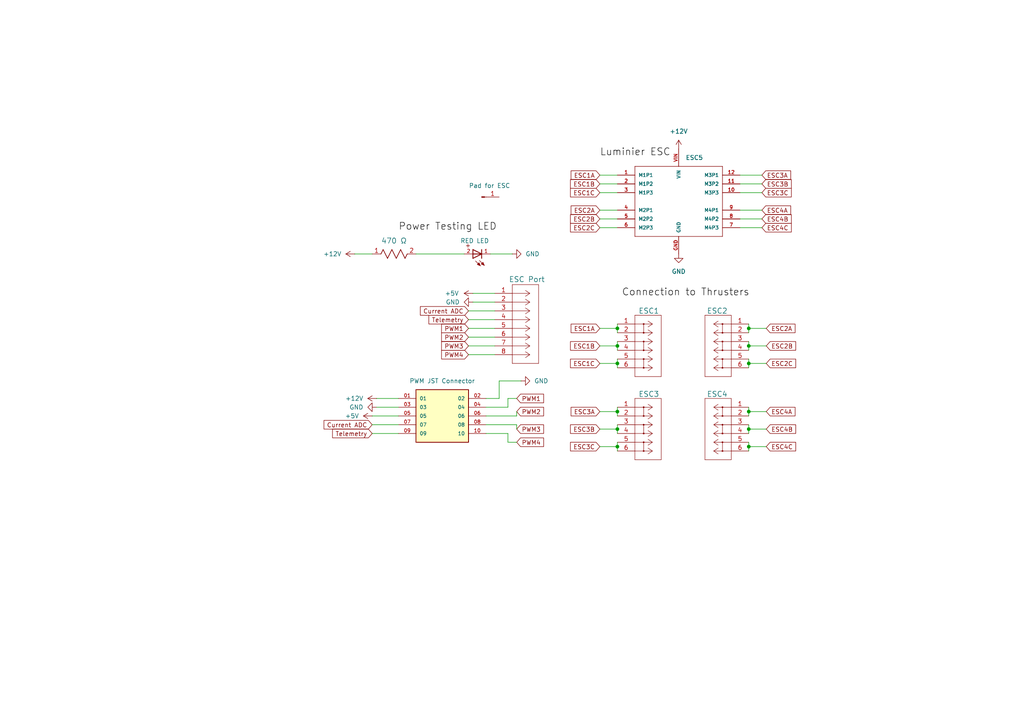
<source format=kicad_sch>
(kicad_sch (version 20231120) (generator "eeschema") (generator_version "8.0")
  (paper "A4")
  (lib_symbols
    (symbol "2024-10-10_00-17-14:RMCF0603FT470R" (pin_names (offset 0.254))
      (property "Reference" "R" (at 5.715 3.81 0))
      (property "Value" "RMCF0603FT470R" (at 6.35 -3.81 0))
      (symbol "RMCF0603FT470R_1_1"
        (polyline (pts (xy 2.54 0) (xy 3.175 1.27)) (stroke (width 0.2032)))
        (polyline (pts (xy 3.175 1.27) (xy 4.445 -1.27)) (stroke (width 0.2032)))
        (polyline (pts (xy 4.445 -1.27) (xy 5.715 1.27)) (stroke (width 0.2032)))
        (polyline (pts (xy 5.715 1.27) (xy 6.985 -1.27)) (stroke (width 0.2032)))
        (polyline (pts (xy 6.985 -1.27) (xy 8.255 1.27)) (stroke (width 0.2032)))
        (polyline (pts (xy 8.255 1.27) (xy 9.525 -1.27)) (stroke (width 0.2032)))
        (polyline (pts (xy 9.525 -1.27) (xy 10.16 0)) (stroke (width 0.2032)))
        (pin unspecified line (at 0 0 0) (length 2.54) (name "") (number "1"))
        (pin unspecified line (at 12.7 0 180) (length 2.54) (name "") (number "2"))
      )
      (symbol "RMCF0603FT470R_1_2"
        (polyline (pts (xy -1.27 3.175) (xy 1.27 4.445)) (stroke (width 0.2032)))
        (polyline (pts (xy -1.27 5.715) (xy 1.27 6.985)) (stroke (width 0.2032)))
        (polyline (pts (xy -1.27 8.255) (xy 1.27 9.525)) (stroke (width 0.2032)))
        (polyline (pts (xy 0 2.54) (xy -1.27 3.175)) (stroke (width 0.2032)))
        (polyline (pts (xy 1.27 4.445) (xy -1.27 5.715)) (stroke (width 0.2032)))
        (polyline (pts (xy 1.27 6.985) (xy -1.27 8.255)) (stroke (width 0.2032)))
        (polyline (pts (xy 1.27 9.525) (xy 0 10.16)) (stroke (width 0.2032)))
        (pin unspecified line (at 0 12.7 270) (length 2.54) (name "") (number "1"))
        (pin unspecified line (at 0 0 90) (length 2.54) (name "") (number "2"))
      )
    )
    (symbol "CONN_1824750000_WED:1824750000" (pin_names (offset 0.254) hide)
      (property "Reference" "J" (at 8.89 6.35 0))
      (property "Value" "1824750000" (at 0 0 0))
      (symbol "1824750000_0_1"
        (polyline (pts (xy 5.08 -15.24) (xy 12.7 -15.24)) (stroke (width 0.127)))
        (polyline (pts (xy 5.08 2.54) (xy 5.08 -15.24)) (stroke (width 0.127)))
        (polyline (pts (xy 7.62 -10.16) (xy 7.62 -12.7)) (stroke (width 0.127)))
        (polyline (pts (xy 7.62 -5.08) (xy 7.62 -7.62)) (stroke (width 0.127)))
        (polyline (pts (xy 7.62 0) (xy 7.62 -2.54)) (stroke (width 0.127)))
        (polyline (pts (xy 10.16 -12.7) (xy 5.08 -12.7)) (stroke (width 0.127)))
        (polyline (pts (xy 10.16 -12.7) (xy 8.89 -13.5467)) (stroke (width 0.127)))
        (polyline (pts (xy 10.16 -12.7) (xy 8.89 -11.8533)) (stroke (width 0.127)))
        (polyline (pts (xy 10.16 -10.16) (xy 5.08 -10.16)) (stroke (width 0.127)))
        (polyline (pts (xy 10.16 -10.16) (xy 8.89 -11.0067)) (stroke (width 0.127)))
        (polyline (pts (xy 10.16 -10.16) (xy 8.89 -9.3133)) (stroke (width 0.127)))
        (polyline (pts (xy 10.16 -7.62) (xy 5.08 -7.62)) (stroke (width 0.127)))
        (polyline (pts (xy 10.16 -7.62) (xy 8.89 -8.4667)) (stroke (width 0.127)))
        (polyline (pts (xy 10.16 -7.62) (xy 8.89 -6.7733)) (stroke (width 0.127)))
        (polyline (pts (xy 10.16 -5.08) (xy 5.08 -5.08)) (stroke (width 0.127)))
        (polyline (pts (xy 10.16 -5.08) (xy 8.89 -5.9267)) (stroke (width 0.127)))
        (polyline (pts (xy 10.16 -5.08) (xy 8.89 -4.2333)) (stroke (width 0.127)))
        (polyline (pts (xy 10.16 -2.54) (xy 5.08 -2.54)) (stroke (width 0.127)))
        (polyline (pts (xy 10.16 -2.54) (xy 8.89 -3.3867)) (stroke (width 0.127)))
        (polyline (pts (xy 10.16 -2.54) (xy 8.89 -1.6933)) (stroke (width 0.127)))
        (polyline (pts (xy 10.16 0) (xy 5.08 0)) (stroke (width 0.127)))
        (polyline (pts (xy 10.16 0) (xy 8.89 -0.8467)) (stroke (width 0.127)))
        (polyline (pts (xy 10.16 0) (xy 8.89 0.8467)) (stroke (width 0.127)))
        (polyline (pts (xy 12.7 -15.24) (xy 12.7 2.54)) (stroke (width 0.127)))
        (polyline (pts (xy 12.7 2.54) (xy 5.08 2.54)) (stroke (width 0.127)))
        (circle (center 7.62 -12.7) (radius 0.127) (stroke (width 0.254)))
        (circle (center 7.62 -10.16) (radius 0.127) (stroke (width 0.254)))
        (circle (center 7.62 -7.62) (radius 0.127) (stroke (width 0.254)))
        (circle (center 7.62 -5.08) (radius 0.127) (stroke (width 0.254)))
        (circle (center 7.62 -2.54) (radius 0.127) (stroke (width 0.254)))
        (circle (center 7.62 0) (radius 0.127) (stroke (width 0.254)))
        (pin unspecified line (at 0 0 0) (length 5.08) (name "1") (number "1"))
        (pin unspecified line (at 0 -2.54 0) (length 5.08) (name "2") (number "2"))
        (pin unspecified line (at 0 -5.08 0) (length 5.08) (name "3") (number "3"))
        (pin unspecified line (at 0 -7.62 0) (length 5.08) (name "4") (number "4"))
        (pin unspecified line (at 0 -10.16 0) (length 5.08) (name "5") (number "5"))
        (pin unspecified line (at 0 -12.7 0) (length 5.08) (name "6") (number "6"))
      )
    )
    (symbol "CONN_BM08B-SRSS-TBLFSN_JST:BM08B-SRSS-TBLFSN" (pin_names (offset 0.254) hide)
      (property "Reference" "J" (at 8.89 6.35 0))
      (property "Value" "BM08B-SRSS-TBLFSN" (at 0 0 0))
      (symbol "BM08B-SRSS-TBLFSN_1_1"
        (polyline (pts (xy 5.08 -20.32) (xy 12.7 -20.32)) (stroke (width 0.127)))
        (polyline (pts (xy 5.08 2.54) (xy 5.08 -20.32)) (stroke (width 0.127)))
        (polyline (pts (xy 10.16 -17.78) (xy 5.08 -17.78)) (stroke (width 0.127)))
        (polyline (pts (xy 10.16 -17.78) (xy 8.89 -18.6267)) (stroke (width 0.127)))
        (polyline (pts (xy 10.16 -17.78) (xy 8.89 -16.9333)) (stroke (width 0.127)))
        (polyline (pts (xy 10.16 -15.24) (xy 5.08 -15.24)) (stroke (width 0.127)))
        (polyline (pts (xy 10.16 -15.24) (xy 8.89 -16.0867)) (stroke (width 0.127)))
        (polyline (pts (xy 10.16 -15.24) (xy 8.89 -14.3933)) (stroke (width 0.127)))
        (polyline (pts (xy 10.16 -12.7) (xy 5.08 -12.7)) (stroke (width 0.127)))
        (polyline (pts (xy 10.16 -12.7) (xy 8.89 -13.5467)) (stroke (width 0.127)))
        (polyline (pts (xy 10.16 -12.7) (xy 8.89 -11.8533)) (stroke (width 0.127)))
        (polyline (pts (xy 10.16 -10.16) (xy 5.08 -10.16)) (stroke (width 0.127)))
        (polyline (pts (xy 10.16 -10.16) (xy 8.89 -11.0067)) (stroke (width 0.127)))
        (polyline (pts (xy 10.16 -10.16) (xy 8.89 -9.3133)) (stroke (width 0.127)))
        (polyline (pts (xy 10.16 -7.62) (xy 5.08 -7.62)) (stroke (width 0.127)))
        (polyline (pts (xy 10.16 -7.62) (xy 8.89 -8.4667)) (stroke (width 0.127)))
        (polyline (pts (xy 10.16 -7.62) (xy 8.89 -6.7733)) (stroke (width 0.127)))
        (polyline (pts (xy 10.16 -5.08) (xy 5.08 -5.08)) (stroke (width 0.127)))
        (polyline (pts (xy 10.16 -5.08) (xy 8.89 -5.9267)) (stroke (width 0.127)))
        (polyline (pts (xy 10.16 -5.08) (xy 8.89 -4.2333)) (stroke (width 0.127)))
        (polyline (pts (xy 10.16 -2.54) (xy 5.08 -2.54)) (stroke (width 0.127)))
        (polyline (pts (xy 10.16 -2.54) (xy 8.89 -3.3867)) (stroke (width 0.127)))
        (polyline (pts (xy 10.16 -2.54) (xy 8.89 -1.6933)) (stroke (width 0.127)))
        (polyline (pts (xy 10.16 0) (xy 5.08 0)) (stroke (width 0.127)))
        (polyline (pts (xy 10.16 0) (xy 8.89 -0.8467)) (stroke (width 0.127)))
        (polyline (pts (xy 10.16 0) (xy 8.89 0.8467)) (stroke (width 0.127)))
        (polyline (pts (xy 12.7 -20.32) (xy 12.7 2.54)) (stroke (width 0.127)))
        (polyline (pts (xy 12.7 2.54) (xy 5.08 2.54)) (stroke (width 0.127)))
        (pin unspecified line (at 0 0 0) (length 5.08) (name "1") (number "1"))
        (pin unspecified line (at 0 -2.54 0) (length 5.08) (name "2") (number "2"))
        (pin unspecified line (at 0 -5.08 0) (length 5.08) (name "3") (number "3"))
        (pin unspecified line (at 0 -7.62 0) (length 5.08) (name "4") (number "4"))
        (pin unspecified line (at 0 -10.16 0) (length 5.08) (name "5") (number "5"))
        (pin unspecified line (at 0 -12.7 0) (length 5.08) (name "6") (number "6"))
        (pin unspecified line (at 0 -15.24 0) (length 5.08) (name "7") (number "7"))
        (pin unspecified line (at 0 -17.78 0) (length 5.08) (name "8") (number "8"))
      )
      (symbol "BM08B-SRSS-TBLFSN_1_2"
        (polyline (pts (xy 5.08 -20.32) (xy 12.7 -20.32)) (stroke (width 0.127)))
        (polyline (pts (xy 5.08 2.54) (xy 5.08 -20.32)) (stroke (width 0.127)))
        (polyline (pts (xy 7.62 -17.78) (xy 5.08 -17.78)) (stroke (width 0.127)))
        (polyline (pts (xy 7.62 -17.78) (xy 8.89 -18.6267)) (stroke (width 0.127)))
        (polyline (pts (xy 7.62 -17.78) (xy 8.89 -16.9333)) (stroke (width 0.127)))
        (polyline (pts (xy 7.62 -15.24) (xy 5.08 -15.24)) (stroke (width 0.127)))
        (polyline (pts (xy 7.62 -15.24) (xy 8.89 -16.0867)) (stroke (width 0.127)))
        (polyline (pts (xy 7.62 -15.24) (xy 8.89 -14.3933)) (stroke (width 0.127)))
        (polyline (pts (xy 7.62 -12.7) (xy 5.08 -12.7)) (stroke (width 0.127)))
        (polyline (pts (xy 7.62 -12.7) (xy 8.89 -13.5467)) (stroke (width 0.127)))
        (polyline (pts (xy 7.62 -12.7) (xy 8.89 -11.8533)) (stroke (width 0.127)))
        (polyline (pts (xy 7.62 -10.16) (xy 5.08 -10.16)) (stroke (width 0.127)))
        (polyline (pts (xy 7.62 -10.16) (xy 8.89 -11.0067)) (stroke (width 0.127)))
        (polyline (pts (xy 7.62 -10.16) (xy 8.89 -9.3133)) (stroke (width 0.127)))
        (polyline (pts (xy 7.62 -7.62) (xy 5.08 -7.62)) (stroke (width 0.127)))
        (polyline (pts (xy 7.62 -7.62) (xy 8.89 -8.4667)) (stroke (width 0.127)))
        (polyline (pts (xy 7.62 -7.62) (xy 8.89 -6.7733)) (stroke (width 0.127)))
        (polyline (pts (xy 7.62 -5.08) (xy 5.08 -5.08)) (stroke (width 0.127)))
        (polyline (pts (xy 7.62 -5.08) (xy 8.89 -5.9267)) (stroke (width 0.127)))
        (polyline (pts (xy 7.62 -5.08) (xy 8.89 -4.2333)) (stroke (width 0.127)))
        (polyline (pts (xy 7.62 -2.54) (xy 5.08 -2.54)) (stroke (width 0.127)))
        (polyline (pts (xy 7.62 -2.54) (xy 8.89 -3.3867)) (stroke (width 0.127)))
        (polyline (pts (xy 7.62 -2.54) (xy 8.89 -1.6933)) (stroke (width 0.127)))
        (polyline (pts (xy 7.62 0) (xy 5.08 0)) (stroke (width 0.127)))
        (polyline (pts (xy 7.62 0) (xy 8.89 -0.8467)) (stroke (width 0.127)))
        (polyline (pts (xy 7.62 0) (xy 8.89 0.8467)) (stroke (width 0.127)))
        (polyline (pts (xy 12.7 -20.32) (xy 12.7 2.54)) (stroke (width 0.127)))
        (polyline (pts (xy 12.7 2.54) (xy 5.08 2.54)) (stroke (width 0.127)))
        (pin unspecified line (at 0 0 0) (length 5.08) (name "1") (number "1"))
        (pin unspecified line (at 0 -2.54 0) (length 5.08) (name "2") (number "2"))
        (pin unspecified line (at 0 -5.08 0) (length 5.08) (name "3") (number "3"))
        (pin unspecified line (at 0 -7.62 0) (length 5.08) (name "4") (number "4"))
        (pin unspecified line (at 0 -10.16 0) (length 5.08) (name "5") (number "5"))
        (pin unspecified line (at 0 -12.7 0) (length 5.08) (name "6") (number "6"))
        (pin unspecified line (at 0 -15.24 0) (length 5.08) (name "7") (number "7"))
        (pin unspecified line (at 0 -17.78 0) (length 5.08) (name "8") (number "8"))
      )
    )
    (symbol "Connector:Conn_01x01_Pin" (pin_names (offset 1.016) hide)
      (property "Reference" "J" (at 0 2.54 0))
      (property "Value" "Conn_01x01_Pin" (at 0 -2.54 0))
      (symbol "Conn_01x01_Pin_1_1"
        (polyline (pts (xy 1.27 0) (xy 0.8636 0)) (stroke (width 0.1524)))
        (rectangle (start 0.8636 0.127) (end 0 -0.127) (stroke (width 0.1524)) (fill (type outline)))
        (pin passive line (at 5.08 0 180) (length 3.81) (name "Pin_1") (number "1"))
      )
    )
    (symbol "IPS1-105-01-L-D:IPS1-105-01-L-D" (pin_names (offset 1.016))
      (property "Reference" "J" (at -8.12 7.62 0))
      (property "Value" "IPS1-105-01-L-D" (at -7.62 -10.16 0))
      (symbol "IPS1-105-01-L-D_0_0"
        (rectangle (start -7.62 -7.62) (end 7.62 7.62) (stroke (width 0.254)) (fill (type background)))
        (pin passive line (at -12.7 5.08 0) (length 5.08) (name "01") (number "01"))
        (pin passive line (at 12.7 5.08 180) (length 5.08) (name "02") (number "02"))
        (pin passive line (at -12.7 2.54 0) (length 5.08) (name "03") (number "03"))
        (pin passive line (at 12.7 2.54 180) (length 5.08) (name "04") (number "04"))
        (pin passive line (at -12.7 0 0) (length 5.08) (name "05") (number "05"))
        (pin passive line (at 12.7 0 180) (length 5.08) (name "06") (number "06"))
        (pin passive line (at -12.7 -2.54 0) (length 5.08) (name "07") (number "07"))
        (pin passive line (at 12.7 -2.54 180) (length 5.08) (name "08") (number "08"))
        (pin passive line (at -12.7 -5.08 0) (length 5.08) (name "09") (number "09"))
        (pin passive line (at 12.7 -5.08 180) (length 5.08) (name "10") (number "10"))
      )
    )
    (symbol "LUMENIER:LUMENIER" (pin_names (offset 1.016))
      (property "Reference" "U" (at 0 20.32 0))
      (property "Value" "LUMENIER" (at 0 0 0))
      (symbol "LUMENIER_0_0"
        (polyline (pts (xy 0 0) (xy 0 20.32)) (stroke (width 0.1524)))
        (polyline (pts (xy 0 0) (xy 25.4 0)) (stroke (width 0.1524)))
        (polyline (pts (xy 0 20.32) (xy 25.4 20.32)) (stroke (width 0.1524)))
        (polyline (pts (xy 25.4 0) (xy 25.4 20.32)) (stroke (width 0.1524)))
        (pin bidirectional line (at -5.08 17.78 0) (length 5.08) (name "M1P1") (number "1"))
        (pin bidirectional line (at 30.48 12.7 180) (length 5.08) (name "M3P3") (number "10"))
        (pin bidirectional line (at 30.48 15.24 180) (length 5.08) (name "M3P2") (number "11"))
        (pin bidirectional line (at 30.48 17.78 180) (length 5.08) (name "M3P1") (number "12"))
        (pin bidirectional line (at -5.08 15.24 0) (length 5.08) (name "M1P2") (number "2"))
        (pin bidirectional line (at -5.08 12.7 0) (length 5.08) (name "M1P3") (number "3"))
        (pin bidirectional line (at -5.08 7.62 0) (length 5.08) (name "M2P1") (number "4"))
        (pin bidirectional line (at -5.08 5.08 0) (length 5.08) (name "M2P2") (number "5"))
        (pin bidirectional line (at -5.08 2.54 0) (length 5.08) (name "M2P3") (number "6"))
        (pin bidirectional line (at 30.48 2.54 180) (length 5.08) (name "M4P3") (number "7"))
        (pin bidirectional line (at 30.48 5.08 180) (length 5.08) (name "M4P2") (number "8"))
        (pin bidirectional line (at 30.48 7.62 180) (length 5.08) (name "M4P1") (number "9"))
        (pin bidirectional line (at 12.7 -5.08 90) (length 5.08) (name "GND") (number "GND"))
        (pin bidirectional line (at 12.7 25.4 270) (length 5.08) (name "VIN") (number "VIN"))
      )
    )
    (symbol "WL-SMCW_0805:WL-SMCW_0805" (pin_names (offset 1.016))
      (property "Reference" "D" (at -1.988 3.972 0))
      (property "Value" "WL-SMCW_0805" (at -2.628 -3.928 0))
      (symbol "WL-SMCW_0805_0_0"
        (polyline (pts (xy 0 -1.27) (xy 0 0)) (stroke (width 0.254)))
        (polyline (pts (xy 0 0) (xy 0 1.27)) (stroke (width 0.254)))
        (polyline (pts (xy 0 0) (xy 2.54 0)) (stroke (width 0.254)))
        (polyline (pts (xy 0 0) (xy 2.54 1.27)) (stroke (width 0.254)))
        (polyline (pts (xy 0.635 1.905) (xy -0.762 3.302)) (stroke (width 0.1524)))
        (polyline (pts (xy 1.778 2.032) (xy 0.381 3.429)) (stroke (width 0.1524)))
        (polyline (pts (xy 2.54 -1.27) (xy 0 0)) (stroke (width 0.254)))
        (polyline (pts (xy 2.54 -1.27) (xy 2.54 0)) (stroke (width 0.254)))
        (polyline (pts (xy 2.54 0) (xy 2.54 1.27)) (stroke (width 0.254)))
        (polyline (pts (xy -0.762 3.302) (xy 0.127 2.921) (xy -0.381 2.413) (xy -0.762 3.302)) (stroke (width 0.1524)) (fill (type outline)))
        (polyline (pts (xy 0.381 3.429) (xy 1.27 3.048) (xy 0.762 2.54) (xy 0.381 3.429)) (stroke (width 0.1524)) (fill (type outline)))
        (text "+" (at 3.08 -1.74 0) (effects (font (size 1.27 1.27)) (justify left bottom)))
        (pin passive line (at -2.54 0 0) (length 2.54) (name "~") (number "1"))
        (pin passive line (at 5.08 0 180) (length 2.54) (name "~") (number "2"))
      )
    )
    (symbol "power:+12V" (power) (pin_numbers hide) (pin_names (offset 0) hide)
      (property "Value" "+12V" (at 0 3.556 0))
      (symbol "+12V_0_1"
        (polyline (pts (xy -0.762 1.27) (xy 0 2.54)))
        (polyline (pts (xy 0 0) (xy 0 2.54)))
        (polyline (pts (xy 0 2.54) (xy 0.762 1.27)))
      )
      (symbol "+12V_1_1"
        (pin power_in line (at 0 0 90) (length 0) (name "~") (number "1"))
      )
    )
    (symbol "power:+5V" (power) (pin_numbers hide) (pin_names (offset 0) hide)
      (property "Value" "+5V" (at 0 3.556 0))
      (symbol "+5V_0_1"
        (polyline (pts (xy -0.762 1.27) (xy 0 2.54)))
        (polyline (pts (xy 0 0) (xy 0 2.54)))
        (polyline (pts (xy 0 2.54) (xy 0.762 1.27)))
      )
      (symbol "+5V_1_1"
        (pin power_in line (at 0 0 90) (length 0) (name "~") (number "1"))
      )
    )
    (symbol "power:GND" (power) (pin_numbers hide) (pin_names (offset 0) hide)
      (property "Value" "GND" (at 0 -3.81 0))
      (symbol "GND_0_1"
        (polyline (pts (xy 0 0) (xy 0 -1.27) (xy 1.27 -1.27) (xy 0 -2.54) (xy -1.27 -1.27) (xy 0 -1.27)))
      )
      (symbol "GND_1_1"
        (pin power_in line (at 0 0 270) (length 0) (name "~") (number "1"))
      )
    )
  )
  (junction (at 217.17 95.25))
  (junction (at 217.17 129.54))
  (junction (at 179.07 119.38))
  (junction (at 179.07 105.41))
  (junction (at 217.17 100.33))
  (junction (at 217.17 124.46))
  (junction (at 179.07 95.25))
  (junction (at 179.07 129.54))
  (junction (at 217.17 105.41))
  (junction (at 179.07 124.46))
  (junction (at 179.07 100.33))
  (junction (at 217.17 119.38))
  (wire (pts (xy 179.07 129.54) (xy 179.07 130.81)))
  (wire (pts (xy 147.32 115.57) (xy 147.32 118.11)))
  (wire (pts (xy 179.07 63.5) (xy 173.99 63.5)))
  (wire (pts (xy 140.97 125.73) (xy 147.32 125.73)))
  (wire (pts (xy 149.86 119.38) (xy 149.86 120.65)))
  (wire (pts (xy 217.17 123.19) (xy 217.17 124.46)))
  (wire (pts (xy 144.78 110.49) (xy 144.78 115.57)))
  (wire (pts (xy 107.95 120.65) (xy 115.57 120.65)))
  (wire (pts (xy 115.57 115.57) (xy 109.22 115.57)))
  (wire (pts (xy 135.89 95.25) (xy 143.51 95.25)))
  (wire (pts (xy 179.07 119.38) (xy 179.07 120.65)))
  (wire (pts (xy 149.86 123.19) (xy 149.86 124.46)))
  (wire (pts (xy 107.95 123.19) (xy 115.57 123.19)))
  (wire (pts (xy 217.17 100.33) (xy 217.17 101.6)))
  (wire (pts (xy 173.99 129.54) (xy 179.07 129.54)))
  (wire (pts (xy 143.51 87.63) (xy 137.16 87.63)))
  (wire (pts (xy 173.99 53.34) (xy 179.07 53.34)))
  (wire (pts (xy 173.99 55.88) (xy 179.07 55.88)))
  (wire (pts (xy 179.07 99.06) (xy 179.07 100.33)))
  (wire (pts (xy 173.99 50.8) (xy 179.07 50.8)))
  (wire (pts (xy 173.99 124.46) (xy 179.07 124.46)))
  (wire (pts (xy 137.16 85.09) (xy 143.51 85.09)))
  (wire (pts (xy 173.99 105.41) (xy 179.07 105.41)))
  (wire (pts (xy 135.89 92.71) (xy 143.51 92.71)))
  (wire (pts (xy 173.99 100.33) (xy 179.07 100.33)))
  (wire (pts (xy 140.97 118.11) (xy 147.32 118.11)))
  (wire (pts (xy 144.78 115.57) (xy 140.97 115.57)))
  (wire (pts (xy 222.25 95.25) (xy 217.17 95.25)))
  (wire (pts (xy 214.63 63.5) (xy 220.98 63.5)))
  (wire (pts (xy 179.07 95.25) (xy 179.07 96.52)))
  (wire (pts (xy 151.13 110.49) (xy 144.78 110.49)))
  (wire (pts (xy 217.17 93.98) (xy 217.17 95.25)))
  (wire (pts (xy 222.25 124.46) (xy 217.17 124.46)))
  (wire (pts (xy 179.07 128.27) (xy 179.07 129.54)))
  (wire (pts (xy 142.24 73.66) (xy 148.59 73.66)))
  (wire (pts (xy 217.17 99.06) (xy 217.17 100.33)))
  (wire (pts (xy 217.17 95.25) (xy 217.17 96.52)))
  (wire (pts (xy 217.17 128.27) (xy 217.17 129.54)))
  (wire (pts (xy 214.63 50.8) (xy 220.98 50.8)))
  (wire (pts (xy 217.17 105.41) (xy 217.17 106.68)))
  (wire (pts (xy 222.25 100.33) (xy 217.17 100.33)))
  (wire (pts (xy 173.99 60.96) (xy 179.07 60.96)))
  (wire (pts (xy 214.63 66.04) (xy 220.98 66.04)))
  (wire (pts (xy 135.89 102.87) (xy 143.51 102.87)))
  (wire (pts (xy 217.17 118.11) (xy 217.17 119.38)))
  (wire (pts (xy 179.07 100.33) (xy 179.07 101.6)))
  (wire (pts (xy 179.07 104.14) (xy 179.07 105.41)))
  (wire (pts (xy 217.17 119.38) (xy 217.17 120.65)))
  (wire (pts (xy 173.99 95.25) (xy 179.07 95.25)))
  (wire (pts (xy 214.63 55.88) (xy 220.98 55.88)))
  (wire (pts (xy 140.97 120.65) (xy 149.86 120.65)))
  (wire (pts (xy 140.97 123.19) (xy 149.86 123.19)))
  (wire (pts (xy 135.89 90.17) (xy 143.51 90.17)))
  (wire (pts (xy 222.25 129.54) (xy 217.17 129.54)))
  (wire (pts (xy 135.89 97.79) (xy 143.51 97.79)))
  (wire (pts (xy 222.25 119.38) (xy 217.17 119.38)))
  (wire (pts (xy 179.07 105.41) (xy 179.07 106.68)))
  (wire (pts (xy 179.07 123.19) (xy 179.07 124.46)))
  (wire (pts (xy 214.63 60.96) (xy 220.98 60.96)))
  (wire (pts (xy 147.32 128.27) (xy 149.86 128.27)))
  (wire (pts (xy 115.57 118.11) (xy 109.22 118.11)))
  (wire (pts (xy 217.17 104.14) (xy 217.17 105.41)))
  (wire (pts (xy 179.07 124.46) (xy 179.07 125.73)))
  (wire (pts (xy 147.32 125.73) (xy 147.32 128.27)))
  (wire (pts (xy 217.17 129.54) (xy 217.17 130.81)))
  (wire (pts (xy 135.89 100.33) (xy 143.51 100.33)))
  (wire (pts (xy 214.63 53.34) (xy 220.98 53.34)))
  (wire (pts (xy 147.32 115.57) (xy 149.86 115.57)))
  (wire (pts (xy 102.87 73.66) (xy 107.95 73.66)))
  (wire (pts (xy 179.07 66.04) (xy 173.99 66.04)))
  (wire (pts (xy 217.17 124.46) (xy 217.17 125.73)))
  (wire (pts (xy 120.65 73.66) (xy 134.62 73.66)))
  (wire (pts (xy 179.07 118.11) (xy 179.07 119.38)))
  (wire (pts (xy 179.07 93.98) (xy 179.07 95.25)))
  (wire (pts (xy 173.99 119.38) (xy 179.07 119.38)))
  (wire (pts (xy 107.95 125.73) (xy 115.57 125.73)))
  (wire (pts (xy 222.25 105.41) (xy 217.17 105.41)))
  (label "Luminier ESC" (at 173.99 45.72 0) (effects (font (size 2.032 2.032))))
  (label "Power Testing LED" (at 115.57 67.31 0) (effects (font (size 2.032 2.032))))
  (label "Connection to Thrusters" (at 180.34 86.36 0) (effects (font (size 2.032 2.032))))
  (global_label "ESC4C" (shape input) (at 222.25 129.54 0) (property "Intersheetrefs" "${INTERSHEET_REFS}" (effects (hide yes))))
  (global_label "ESC4A" (shape input) (at 220.98 60.96 0) (property "Intersheetrefs" "${INTERSHEET_REFS}" (effects (hide yes))))
  (global_label "PWM2" (shape input) (at 135.89 97.79 180) (property "Intersheetrefs" "${INTERSHEET_REFS}" (effects (hide yes))))
  (global_label "ESC2B" (shape input) (at 173.99 63.5 180) (property "Intersheetrefs" "${INTERSHEET_REFS}" (effects (hide yes))))
  (global_label "ESC1A" (shape input) (at 173.99 50.8 180) (property "Intersheetrefs" "${INTERSHEET_REFS}" (effects (hide yes))))
  (global_label "ESC4B" (shape input) (at 220.98 63.5 0) (property "Intersheetrefs" "${INTERSHEET_REFS}" (effects (hide yes))))
  (global_label "PWM1" (shape input) (at 135.89 95.25 180) (property "Intersheetrefs" "${INTERSHEET_REFS}" (effects (hide yes))))
  (global_label "ESC2A" (shape input) (at 173.99 60.96 180) (property "Intersheetrefs" "${INTERSHEET_REFS}" (effects (hide yes))))
  (global_label "Current ADC" (shape input) (at 107.95 123.19 180) (property "Intersheetrefs" "${INTERSHEET_REFS}" (effects (hide yes))))
  (global_label "ESC3A" (shape input) (at 173.99 119.38 180) (property "Intersheetrefs" "${INTERSHEET_REFS}" (effects (hide yes))))
  (global_label "PWM1" (shape input) (at 149.86 115.57 0) (property "Intersheetrefs" "${INTERSHEET_REFS}" (effects (hide yes))))
  (global_label "ESC1C" (shape input) (at 173.99 55.88 180) (property "Intersheetrefs" "${INTERSHEET_REFS}" (effects (hide yes))))
  (global_label "PWM3" (shape input) (at 149.86 124.46 0) (property "Intersheetrefs" "${INTERSHEET_REFS}" (effects (hide yes))))
  (global_label "ESC2B" (shape input) (at 222.25 100.33 0) (property "Intersheetrefs" "${INTERSHEET_REFS}" (effects (hide yes))))
  (global_label "PWM4" (shape input) (at 135.89 102.87 180) (property "Intersheetrefs" "${INTERSHEET_REFS}" (effects (hide yes))))
  (global_label "ESC2A" (shape input) (at 222.25 95.25 0) (property "Intersheetrefs" "${INTERSHEET_REFS}" (effects (hide yes))))
  (global_label "Telemetry" (shape input) (at 135.89 92.71 180) (property "Intersheetrefs" "${INTERSHEET_REFS}" (effects (hide yes))))
  (global_label "PWM2" (shape input) (at 149.86 119.38 0) (property "Intersheetrefs" "${INTERSHEET_REFS}" (effects (hide yes))))
  (global_label "ESC3B" (shape input) (at 173.99 124.46 180) (property "Intersheetrefs" "${INTERSHEET_REFS}" (effects (hide yes))))
  (global_label "Current ADC" (shape input) (at 135.89 90.17 180) (property "Intersheetrefs" "${INTERSHEET_REFS}" (effects (hide yes))))
  (global_label "ESC1B" (shape input) (at 173.99 100.33 180) (property "Intersheetrefs" "${INTERSHEET_REFS}" (effects (hide yes))))
  (global_label "ESC1A" (shape input) (at 173.99 95.25 180) (property "Intersheetrefs" "${INTERSHEET_REFS}" (effects (hide yes))))
  (global_label "ESC3B" (shape input) (at 220.98 53.34 0) (property "Intersheetrefs" "${INTERSHEET_REFS}" (effects (hide yes))))
  (global_label "PWM4" (shape input) (at 149.86 128.27 0) (property "Intersheetrefs" "${INTERSHEET_REFS}" (effects (hide yes))))
  (global_label "ESC2C" (shape input) (at 173.99 66.04 180) (property "Intersheetrefs" "${INTERSHEET_REFS}" (effects (hide yes))))
  (global_label "PWM3" (shape input) (at 135.89 100.33 180) (property "Intersheetrefs" "${INTERSHEET_REFS}" (effects (hide yes))))
  (global_label "ESC1B" (shape input) (at 173.99 53.34 180) (property "Intersheetrefs" "${INTERSHEET_REFS}" (effects (hide yes))))
  (global_label "ESC4B" (shape input) (at 222.25 124.46 0) (property "Intersheetrefs" "${INTERSHEET_REFS}" (effects (hide yes))))
  (global_label "ESC4A" (shape input) (at 222.25 119.38 0) (property "Intersheetrefs" "${INTERSHEET_REFS}" (effects (hide yes))))
  (global_label "Telemetry" (shape input) (at 107.95 125.73 180) (property "Intersheetrefs" "${INTERSHEET_REFS}" (effects (hide yes))))
  (global_label "ESC3C" (shape input) (at 220.98 55.88 0) (property "Intersheetrefs" "${INTERSHEET_REFS}" (effects (hide yes))))
  (global_label "ESC4C" (shape input) (at 220.98 66.04 0) (property "Intersheetrefs" "${INTERSHEET_REFS}" (effects (hide yes))))
  (global_label "ESC3A" (shape input) (at 220.98 50.8 0) (property "Intersheetrefs" "${INTERSHEET_REFS}" (effects (hide yes))))
  (global_label "ESC3C" (shape input) (at 173.99 129.54 180) (property "Intersheetrefs" "${INTERSHEET_REFS}" (effects (hide yes))))
  (global_label "ESC2C" (shape input) (at 222.25 105.41 0) (property "Intersheetrefs" "${INTERSHEET_REFS}" (effects (hide yes))))
  (global_label "ESC1C" (shape input) (at 173.99 105.41 180) (property "Intersheetrefs" "${INTERSHEET_REFS}" (effects (hide yes))))
  (symbol (lib_id "CONN_1824750000_WED:1824750000") (at 179.07 93.98 0) (unit 1)
    (property "Reference" "ESC1" (at 185.166 90.17 0) (effects (font (size 1.524 1.524)) (justify left)))
    (property "Value" "1824750000" (effects (hide yes)))
    (property "Footprint" "KiCADv6:CONN3_1824750000_WED" (effects (hide yes)))
    (property "Datasheet" "1824750000" (effects (hide yes)))
  )
  (symbol (lib_id "WL-SMCW_0805:WL-SMCW_0805") (at 139.7 73.66 180) (unit 1)
    (property "Reference" "D1" (effects (hide yes)))
    (property "Value" "RED LED" (at 137.6817 69.85 0))
    (property "Footprint" "led:WL-SMCW_0805" (effects (hide yes)))
  )
  (symbol (lib_id "LUMENIER:LUMENIER") (at 184.15 68.58 0) (unit 1)
    (property "Reference" "ESC5" (at 198.8694 45.72 0) (effects (justify left)))
    (property "Value" "LUMENIER" (effects (hide yes)))
    (property "Footprint" "LUMENIER:LUMENIER" (effects (hide yes)))
  )
  (symbol (lib_id "power:+12V") (at 109.22 115.57 90) (unit 1)
    (property "Reference" "#PWR03" (effects (hide yes)))
    (property "Value" "+12V" (at 105.41 115.5699 90) (effects (justify left)))
    (property "Description" "Power symbol creates a global label with name \"+12V\"" (effects (hide yes)))
  )
  (symbol (lib_id "CONN_1824750000_WED:1824750000") (at 179.07 118.11 0) (unit 1)
    (property "Reference" "ESC3" (at 185.166 114.3 0) (effects (font (size 1.524 1.524)) (justify left)))
    (property "Value" "1824750000" (effects (hide yes)))
    (property "Footprint" "KiCADv6:CONN3_1824750000_WED" (effects (hide yes)))
    (property "Datasheet" "1824750000" (effects (hide yes)))
  )
  (symbol (lib_id "2024-10-10_00-17-14:RMCF0603FT470R") (at 107.95 73.66 0) (unit 1)
    (property "Reference" "R2" (effects (hide yes)))
    (property "Value" "470 Ω" (at 114.3 69.85 0) (effects (font (size 1.524 1.524))))
    (property "Footprint" "STA_RMCF0603_STP" (effects (hide yes)))
    (property "Datasheet" "RMCF0603FT470R" (effects (hide yes)))
  )
  (symbol (lib_id "CONN_1824750000_WED:1824750000") (at 217.17 118.11 0) (mirror y) (unit 1)
    (property "Reference" "ESC4" (at 211.074 114.3 0) (effects (font (size 1.524 1.524)) (justify left)))
    (property "Value" "1824750000" (effects (hide yes)))
    (property "Footprint" "KiCADv6:CONN3_1824750000_WED" (effects (hide yes)))
    (property "Datasheet" "1824750000" (effects (hide yes)))
  )
  (symbol (lib_id "CONN_BM08B-SRSS-TBLFSN_JST:BM08B-SRSS-TBLFSN") (at 143.51 85.09 0) (unit 1)
    (property "Reference" "BM08B-SRSS-TBLFSN1" (effects (hide yes)))
    (property "Value" "ESC Port" (at 147.574 81.026 0) (effects (font (size 1.524 1.524)) (justify left)))
    (property "Footprint" "CONN_BM08B-SRSS-TBLFSN_JST" (effects (hide yes)))
    (property "Datasheet" "BM08B-SRSS-TBLFSN" (effects (hide yes)))
  )
  (symbol (lib_id "power:GND") (at 109.22 118.11 270) (unit 1)
    (property "Reference" "#PWR02" (effects (hide yes)))
    (property "Value" "GND" (at 105.41 118.1099 90) (effects (justify right)))
    (property "Description" "Power symbol creates a global label with name \"GND\" , ground" (effects (hide yes)))
  )
  (symbol (lib_id "power:+5V") (at 137.16 85.09 90) (unit 1)
    (property "Reference" "#PWR09" (effects (hide yes)))
    (property "Value" "+5V" (at 133.096 85.09 90) (effects (justify left)))
    (property "Description" "Power symbol creates a global label with name \"+5V\"" (effects (hide yes)))
  )
  (symbol (lib_id "IPS1-105-01-L-D:IPS1-105-01-L-D") (at 128.27 120.65 0) (unit 1)
    (property "Reference" "J2" (effects (hide yes)))
    (property "Value" "PWM JST Connector" (at 128.27 110.49 0))
    (property "Footprint" "IPS1-105-01-L-D:SAMTEC_IPS1-105-01-L-D" (effects (hide yes)))
    (property "PARTREV" "R" (effects (hide yes)))
    (property "STANDARD" "Manufacturer Recommendations" (effects (hide yes)))
    (property "MANUFACTURER" "Samtec" (effects (hide yes)))
  )
  (symbol (lib_id "power:+12V") (at 196.85 43.18 0) (unit 1)
    (property "Reference" "#PWR08" (effects (hide yes)))
    (property "Value" "+12V" (at 196.85 38.1 0))
    (property "Description" "Power symbol creates a global label with name \"+12V\"" (effects (hide yes)))
  )
  (symbol (lib_id "CONN_1824750000_WED:1824750000") (at 217.17 93.98 0) (mirror y) (unit 1)
    (property "Reference" "ESC2" (at 211.074 90.17 0) (effects (font (size 1.524 1.524)) (justify left)))
    (property "Value" "1824750000" (effects (hide yes)))
    (property "Footprint" "KiCADv6:CONN3_1824750000_WED" (effects (hide yes)))
    (property "Datasheet" "1824750000" (effects (hide yes)))
  )
  (symbol (lib_id "Connector:Conn_01x01_Pin") (at 139.7 57.15 0) (unit 1)
    (property "Reference" "J1" (effects (hide yes)))
    (property "Value" "Pad for ESC" (at 141.986 53.848 0))
    (property "Footprint" "Connector_Wire:SolderWirePad_1x01_SMD_1x2mm" (effects (hide yes)))
    (property "Description" "Generic connector, single row, 01x01, script generated" (effects (hide yes)))
  )
  (symbol (lib_id "power:+12V") (at 102.87 73.66 90) (unit 1)
    (property "Reference" "#PWR05" (effects (hide yes)))
    (property "Value" "+12V" (at 99.06 73.6599 90) (effects (justify left)))
    (property "Description" "Power symbol creates a global label with name \"+12V\"" (effects (hide yes)))
  )
  (symbol (lib_id "power:+5V") (at 107.95 120.65 90) (unit 1)
    (property "Reference" "#PWR010" (effects (hide yes)))
    (property "Value" "+5V" (at 104.14 120.6499 90) (effects (justify left)))
    (property "Description" "Power symbol creates a global label with name \"+5V\"" (effects (hide yes)))
  )
  (symbol (lib_id "power:GND") (at 148.59 73.66 90) (unit 1)
    (property "Reference" "#PWR06" (effects (hide yes)))
    (property "Value" "GND" (at 152.4 73.6599 90) (effects (justify right)))
    (property "Description" "Power symbol creates a global label with name \"GND\" , ground" (effects (hide yes)))
  )
  (symbol (lib_id "power:GND") (at 137.16 87.63 270) (unit 1)
    (property "Reference" "#PWR01" (effects (hide yes)))
    (property "Value" "GND" (at 133.35 87.6299 90) (effects (justify right)))
    (property "Description" "Power symbol creates a global label with name \"GND\" , ground" (effects (hide yes)))
  )
  (symbol (lib_id "power:GND") (at 196.85 73.66 0) (unit 1)
    (property "Reference" "#PWR07" (effects (hide yes)))
    (property "Value" "GND" (at 196.85 78.74 0))
    (property "Description" "Power symbol creates a global label with name \"GND\" , ground" (effects (hide yes)))
  )
  (symbol (lib_id "power:GND") (at 151.13 110.49 90) (unit 1)
    (property "Reference" "#PWR04" (effects (hide yes)))
    (property "Value" "GND" (at 154.94 110.4899 90) (effects (justify right)))
    (property "Description" "Power symbol creates a global label with name \"GND\" , ground" (effects (hide yes)))
  )
)
</source>
